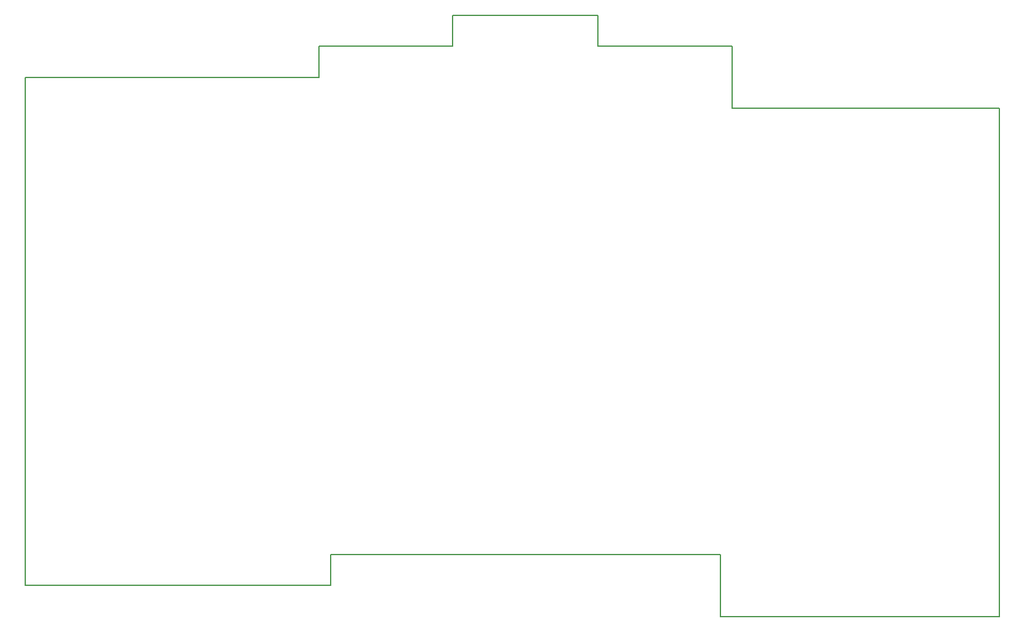
<source format=gbr>
%TF.GenerationSoftware,KiCad,Pcbnew,(6.0.4)*%
%TF.CreationDate,2024-05-03T20:31:11-07:00*%
%TF.ProjectId,right_staggered,72696768-745f-4737-9461-676765726564,v1.0.0*%
%TF.SameCoordinates,Original*%
%TF.FileFunction,Profile,NP*%
%FSLAX46Y46*%
G04 Gerber Fmt 4.6, Leading zero omitted, Abs format (unit mm)*
G04 Created by KiCad (PCBNEW (6.0.4)) date 2024-05-03 20:31:11*
%MOMM*%
%LPD*%
G01*
G04 APERTURE LIST*
%TA.AperFunction,Profile*%
%ADD10C,0.150000*%
%TD*%
G04 APERTURE END LIST*
D10*
X118000000Y-89500000D02*
X118000000Y-159500000D01*
X215200000Y-92250000D02*
X215200000Y-85250000D01*
X215200000Y-92250000D02*
X215200000Y-93750000D01*
X160000000Y-155250000D02*
X213600000Y-155250000D01*
X176800000Y-81000000D02*
X176800000Y-85250000D01*
X118000000Y-89500000D02*
X158400000Y-89500000D01*
X160000000Y-159500000D02*
X160000000Y-155250000D01*
X196800000Y-85250000D02*
X196800000Y-81000000D01*
X213600000Y-156750000D02*
X213600000Y-163750000D01*
X225200000Y-93750000D02*
X252000000Y-93750000D01*
X213600000Y-156750000D02*
X213600000Y-155250000D01*
X158400000Y-85250000D02*
X158400000Y-89500000D01*
X196800000Y-81000000D02*
X176800000Y-81000000D01*
X158400000Y-85250000D02*
X176800000Y-85250000D01*
X118000000Y-159500000D02*
X160000000Y-159500000D01*
X196800000Y-85250000D02*
X215200000Y-85250000D01*
X252000000Y-163750000D02*
X252000000Y-93750000D01*
X213600000Y-163750000D02*
X252000000Y-163750000D01*
X215200000Y-93750000D02*
X225200000Y-93750000D01*
M02*

</source>
